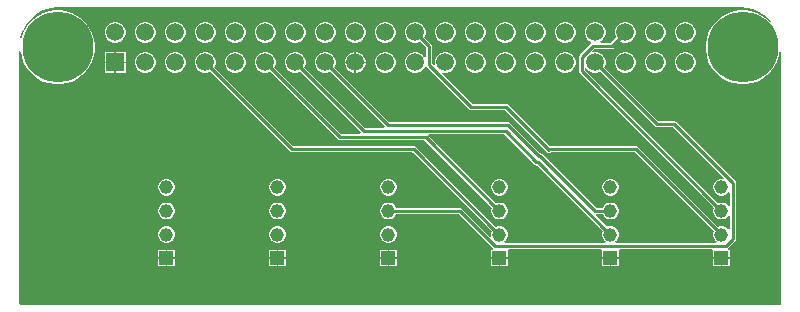
<source format=gbr>
G04*
G04 #@! TF.GenerationSoftware,Altium Limited,Altium Designer,24.8.2 (39)*
G04*
G04 Layer_Physical_Order=2*
G04 Layer_Color=16711680*
%FSLAX25Y25*%
%MOIN*%
G70*
G04*
G04 #@! TF.SameCoordinates,CBBCE14F-D53E-4E5E-9298-E108D83DD630*
G04*
G04*
G04 #@! TF.FilePolarity,Positive*
G04*
G01*
G75*
%ADD18C,0.01000*%
%ADD19R,0.05906X0.05906*%
%ADD20C,0.05906*%
%ADD21R,0.04528X0.04528*%
%ADD22C,0.04528*%
%ADD23C,0.23622*%
G36*
X306957Y284960D02*
Y284960D01*
X306957Y284960D01*
X308500Y284839D01*
X310551Y284346D01*
X312500Y283539D01*
X314298Y282437D01*
X315902Y281067D01*
X316554Y280304D01*
X316186Y279964D01*
X315107Y281044D01*
X313539Y282183D01*
X311812Y283063D01*
X309969Y283661D01*
X308055Y283965D01*
X306118D01*
X304204Y283661D01*
X302361Y283063D01*
X300634Y282183D01*
X299066Y281044D01*
X297696Y279674D01*
X296557Y278106D01*
X295677Y276379D01*
X295079Y274536D01*
X294776Y272622D01*
Y270685D01*
X295079Y268771D01*
X295677Y266928D01*
X296557Y265201D01*
X297696Y263633D01*
X299066Y262263D01*
X300634Y261124D01*
X302361Y260244D01*
X304204Y259646D01*
X306118Y259343D01*
X308055D01*
X309969Y259646D01*
X311812Y260244D01*
X313539Y261124D01*
X315107Y262263D01*
X316477Y263633D01*
X317616Y265201D01*
X318496Y266928D01*
X319094Y268771D01*
X319293Y270026D01*
X319827Y270198D01*
X319923Y270101D01*
Y185911D01*
X317500D01*
X66372Y185911D01*
X65880Y186351D01*
X65872Y186381D01*
Y270222D01*
X65978Y270337D01*
X66510Y270176D01*
X66732Y268771D01*
X67331Y266928D01*
X68211Y265201D01*
X69350Y263633D01*
X70720Y262263D01*
X72288Y261124D01*
X74014Y260244D01*
X75857Y259646D01*
X77771Y259343D01*
X79709D01*
X81623Y259646D01*
X83466Y260244D01*
X85193Y261124D01*
X86760Y262263D01*
X88130Y263633D01*
X89270Y265201D01*
X90149Y266928D01*
X90748Y268771D01*
X91051Y270685D01*
Y272622D01*
X90748Y274536D01*
X90149Y276379D01*
X89270Y278106D01*
X88130Y279674D01*
X86760Y281044D01*
X85193Y282183D01*
X83466Y283063D01*
X81623Y283661D01*
X79709Y283965D01*
X77771D01*
X75857Y283661D01*
X74014Y283063D01*
X72288Y282183D01*
X70720Y281044D01*
X69350Y279674D01*
X68211Y278106D01*
X67331Y276379D01*
X66752Y274598D01*
X66271Y274734D01*
X66574Y275998D01*
X67359Y277892D01*
X68430Y279640D01*
X69762Y281199D01*
X71320Y282531D01*
X73068Y283602D01*
X74963Y284386D01*
X76956Y284865D01*
X78075Y284953D01*
X78075Y284953D01*
Y284953D01*
X78541Y285089D01*
X306495D01*
X306957Y284960D01*
D02*
G37*
%LPC*%
G36*
X288368Y280106D02*
X287459D01*
X286581Y279871D01*
X285793Y279416D01*
X285151Y278774D01*
X284696Y277986D01*
X284461Y277108D01*
Y276199D01*
X284696Y275321D01*
X285151Y274534D01*
X285793Y273891D01*
X286581Y273436D01*
X287459Y273201D01*
X288368D01*
X289246Y273436D01*
X290033Y273891D01*
X290676Y274534D01*
X291131Y275321D01*
X291366Y276199D01*
Y277108D01*
X291131Y277986D01*
X290676Y278774D01*
X290033Y279416D01*
X289246Y279871D01*
X288368Y280106D01*
D02*
G37*
G36*
X278368D02*
X277459D01*
X276581Y279871D01*
X275793Y279416D01*
X275150Y278774D01*
X274696Y277986D01*
X274461Y277108D01*
Y276199D01*
X274696Y275321D01*
X275150Y274534D01*
X275793Y273891D01*
X276581Y273436D01*
X277459Y273201D01*
X278368D01*
X279246Y273436D01*
X280033Y273891D01*
X280676Y274534D01*
X281131Y275321D01*
X281366Y276199D01*
Y277108D01*
X281131Y277986D01*
X280676Y278774D01*
X280033Y279416D01*
X279246Y279871D01*
X278368Y280106D01*
D02*
G37*
G36*
X248368D02*
X247459D01*
X246581Y279871D01*
X245793Y279416D01*
X245150Y278774D01*
X244696Y277986D01*
X244461Y277108D01*
Y276199D01*
X244696Y275321D01*
X245150Y274534D01*
X245793Y273891D01*
X246581Y273436D01*
X247459Y273201D01*
X248368D01*
X249246Y273436D01*
X250033Y273891D01*
X250676Y274534D01*
X251131Y275321D01*
X251366Y276199D01*
Y277108D01*
X251131Y277986D01*
X250676Y278774D01*
X250033Y279416D01*
X249246Y279871D01*
X248368Y280106D01*
D02*
G37*
G36*
X238368D02*
X237459D01*
X236581Y279871D01*
X235793Y279416D01*
X235151Y278774D01*
X234696Y277986D01*
X234461Y277108D01*
Y276199D01*
X234696Y275321D01*
X235151Y274534D01*
X235793Y273891D01*
X236581Y273436D01*
X237459Y273201D01*
X238368D01*
X239246Y273436D01*
X240033Y273891D01*
X240676Y274534D01*
X241131Y275321D01*
X241366Y276199D01*
Y277108D01*
X241131Y277986D01*
X240676Y278774D01*
X240033Y279416D01*
X239246Y279871D01*
X238368Y280106D01*
D02*
G37*
G36*
X228368D02*
X227459D01*
X226581Y279871D01*
X225793Y279416D01*
X225150Y278774D01*
X224696Y277986D01*
X224461Y277108D01*
Y276199D01*
X224696Y275321D01*
X225150Y274534D01*
X225793Y273891D01*
X226581Y273436D01*
X227459Y273201D01*
X228368D01*
X229246Y273436D01*
X230033Y273891D01*
X230676Y274534D01*
X231131Y275321D01*
X231366Y276199D01*
Y277108D01*
X231131Y277986D01*
X230676Y278774D01*
X230033Y279416D01*
X229246Y279871D01*
X228368Y280106D01*
D02*
G37*
G36*
X218368D02*
X217459D01*
X216581Y279871D01*
X215793Y279416D01*
X215150Y278774D01*
X214696Y277986D01*
X214461Y277108D01*
Y276199D01*
X214696Y275321D01*
X215150Y274534D01*
X215793Y273891D01*
X216581Y273436D01*
X217459Y273201D01*
X218368D01*
X219246Y273436D01*
X220033Y273891D01*
X220676Y274534D01*
X221131Y275321D01*
X221366Y276199D01*
Y277108D01*
X221131Y277986D01*
X220676Y278774D01*
X220033Y279416D01*
X219246Y279871D01*
X218368Y280106D01*
D02*
G37*
G36*
X208368D02*
X207459D01*
X206581Y279871D01*
X205793Y279416D01*
X205151Y278774D01*
X204696Y277986D01*
X204461Y277108D01*
Y276199D01*
X204696Y275321D01*
X205151Y274534D01*
X205793Y273891D01*
X206581Y273436D01*
X207459Y273201D01*
X208368D01*
X209246Y273436D01*
X210033Y273891D01*
X210676Y274534D01*
X211131Y275321D01*
X211366Y276199D01*
Y277108D01*
X211131Y277986D01*
X210676Y278774D01*
X210033Y279416D01*
X209246Y279871D01*
X208368Y280106D01*
D02*
G37*
G36*
X188368D02*
X187459D01*
X186581Y279871D01*
X185793Y279416D01*
X185151Y278774D01*
X184696Y277986D01*
X184461Y277108D01*
Y276199D01*
X184696Y275321D01*
X185151Y274534D01*
X185793Y273891D01*
X186581Y273436D01*
X187459Y273201D01*
X188368D01*
X189246Y273436D01*
X190033Y273891D01*
X190676Y274534D01*
X191131Y275321D01*
X191366Y276199D01*
Y277108D01*
X191131Y277986D01*
X190676Y278774D01*
X190033Y279416D01*
X189246Y279871D01*
X188368Y280106D01*
D02*
G37*
G36*
X178368D02*
X177459D01*
X176581Y279871D01*
X175793Y279416D01*
X175151Y278774D01*
X174696Y277986D01*
X174461Y277108D01*
Y276199D01*
X174696Y275321D01*
X175151Y274534D01*
X175793Y273891D01*
X176581Y273436D01*
X177459Y273201D01*
X178368D01*
X179246Y273436D01*
X180033Y273891D01*
X180676Y274534D01*
X181131Y275321D01*
X181366Y276199D01*
Y277108D01*
X181131Y277986D01*
X180676Y278774D01*
X180033Y279416D01*
X179246Y279871D01*
X178368Y280106D01*
D02*
G37*
G36*
X168368D02*
X167459D01*
X166581Y279871D01*
X165793Y279416D01*
X165150Y278774D01*
X164696Y277986D01*
X164461Y277108D01*
Y276199D01*
X164696Y275321D01*
X165150Y274534D01*
X165793Y273891D01*
X166581Y273436D01*
X167459Y273201D01*
X168368D01*
X169246Y273436D01*
X170033Y273891D01*
X170676Y274534D01*
X171131Y275321D01*
X171366Y276199D01*
Y277108D01*
X171131Y277986D01*
X170676Y278774D01*
X170033Y279416D01*
X169246Y279871D01*
X168368Y280106D01*
D02*
G37*
G36*
X158368D02*
X157459D01*
X156581Y279871D01*
X155793Y279416D01*
X155150Y278774D01*
X154696Y277986D01*
X154461Y277108D01*
Y276199D01*
X154696Y275321D01*
X155150Y274534D01*
X155793Y273891D01*
X156581Y273436D01*
X157459Y273201D01*
X158368D01*
X159246Y273436D01*
X160033Y273891D01*
X160676Y274534D01*
X161131Y275321D01*
X161366Y276199D01*
Y277108D01*
X161131Y277986D01*
X160676Y278774D01*
X160033Y279416D01*
X159246Y279871D01*
X158368Y280106D01*
D02*
G37*
G36*
X148368D02*
X147459D01*
X146581Y279871D01*
X145793Y279416D01*
X145150Y278774D01*
X144696Y277986D01*
X144461Y277108D01*
Y276199D01*
X144696Y275321D01*
X145150Y274534D01*
X145793Y273891D01*
X146581Y273436D01*
X147459Y273201D01*
X148368D01*
X149246Y273436D01*
X150033Y273891D01*
X150676Y274534D01*
X151131Y275321D01*
X151366Y276199D01*
Y277108D01*
X151131Y277986D01*
X150676Y278774D01*
X150033Y279416D01*
X149246Y279871D01*
X148368Y280106D01*
D02*
G37*
G36*
X138368D02*
X137459D01*
X136581Y279871D01*
X135793Y279416D01*
X135151Y278774D01*
X134696Y277986D01*
X134461Y277108D01*
Y276199D01*
X134696Y275321D01*
X135151Y274534D01*
X135793Y273891D01*
X136581Y273436D01*
X137459Y273201D01*
X138368D01*
X139246Y273436D01*
X140033Y273891D01*
X140676Y274534D01*
X141131Y275321D01*
X141366Y276199D01*
Y277108D01*
X141131Y277986D01*
X140676Y278774D01*
X140033Y279416D01*
X139246Y279871D01*
X138368Y280106D01*
D02*
G37*
G36*
X128368D02*
X127459D01*
X126581Y279871D01*
X125793Y279416D01*
X125151Y278774D01*
X124696Y277986D01*
X124461Y277108D01*
Y276199D01*
X124696Y275321D01*
X125151Y274534D01*
X125793Y273891D01*
X126581Y273436D01*
X127459Y273201D01*
X128368D01*
X129246Y273436D01*
X130033Y273891D01*
X130676Y274534D01*
X131131Y275321D01*
X131366Y276199D01*
Y277108D01*
X131131Y277986D01*
X130676Y278774D01*
X130033Y279416D01*
X129246Y279871D01*
X128368Y280106D01*
D02*
G37*
G36*
X118368D02*
X117459D01*
X116581Y279871D01*
X115793Y279416D01*
X115150Y278774D01*
X114696Y277986D01*
X114461Y277108D01*
Y276199D01*
X114696Y275321D01*
X115150Y274534D01*
X115793Y273891D01*
X116581Y273436D01*
X117459Y273201D01*
X118368D01*
X119246Y273436D01*
X120033Y273891D01*
X120676Y274534D01*
X121131Y275321D01*
X121366Y276199D01*
Y277108D01*
X121131Y277986D01*
X120676Y278774D01*
X120033Y279416D01*
X119246Y279871D01*
X118368Y280106D01*
D02*
G37*
G36*
X108368D02*
X107459D01*
X106581Y279871D01*
X105793Y279416D01*
X105150Y278774D01*
X104696Y277986D01*
X104461Y277108D01*
Y276199D01*
X104696Y275321D01*
X105150Y274534D01*
X105793Y273891D01*
X106581Y273436D01*
X107459Y273201D01*
X108368D01*
X109246Y273436D01*
X110033Y273891D01*
X110676Y274534D01*
X111131Y275321D01*
X111366Y276199D01*
Y277108D01*
X111131Y277986D01*
X110676Y278774D01*
X110033Y279416D01*
X109246Y279871D01*
X108368Y280106D01*
D02*
G37*
G36*
X98368D02*
X97459D01*
X96581Y279871D01*
X95793Y279416D01*
X95151Y278774D01*
X94696Y277986D01*
X94461Y277108D01*
Y276199D01*
X94696Y275321D01*
X95151Y274534D01*
X95793Y273891D01*
X96581Y273436D01*
X97459Y273201D01*
X98368D01*
X99246Y273436D01*
X100033Y273891D01*
X100676Y274534D01*
X101131Y275321D01*
X101366Y276199D01*
Y277108D01*
X101131Y277986D01*
X100676Y278774D01*
X100033Y279416D01*
X99246Y279871D01*
X98368Y280106D01*
D02*
G37*
G36*
X268368D02*
X267459D01*
X266581Y279871D01*
X265793Y279416D01*
X265150Y278774D01*
X264696Y277986D01*
X264461Y277108D01*
Y276199D01*
X264696Y275321D01*
X264858Y275040D01*
X262944Y273126D01*
X259709D01*
X259575Y273626D01*
X260033Y273891D01*
X260676Y274534D01*
X261131Y275321D01*
X261366Y276199D01*
Y277108D01*
X261131Y277986D01*
X260676Y278774D01*
X260033Y279416D01*
X259246Y279871D01*
X258368Y280106D01*
X257459D01*
X256581Y279871D01*
X255793Y279416D01*
X255151Y278774D01*
X254696Y277986D01*
X254461Y277108D01*
Y276199D01*
X254696Y275321D01*
X255151Y274534D01*
X255793Y273891D01*
X256499Y273483D01*
X256542Y273152D01*
X256512Y272937D01*
X256348Y272827D01*
X252740Y269219D01*
X252519Y268888D01*
X252441Y268498D01*
Y263665D01*
X252519Y263275D01*
X252740Y262944D01*
X297449Y218235D01*
X297425Y218193D01*
X297236Y217490D01*
Y216762D01*
X297425Y216059D01*
X297788Y215429D01*
X298303Y214914D01*
X298933Y214551D01*
X299636Y214362D01*
X300364D01*
X301067Y214551D01*
X301697Y214914D01*
X302212Y215429D01*
X302244Y215486D01*
X302744Y215352D01*
Y211027D01*
X302244Y210893D01*
X302212Y210949D01*
X301697Y211463D01*
X301067Y211827D01*
X300364Y212016D01*
X299636D01*
X298933Y211827D01*
X298891Y211803D01*
X272218Y238476D01*
X271887Y238697D01*
X271497Y238774D01*
X242668D01*
X229066Y252376D01*
X228736Y252597D01*
X228345Y252674D01*
X217038D01*
X206871Y262841D01*
X207130Y263289D01*
X207459Y263201D01*
X208368D01*
X209246Y263436D01*
X210033Y263891D01*
X210676Y264533D01*
X211131Y265321D01*
X211366Y266199D01*
Y267108D01*
X211131Y267986D01*
X210676Y268774D01*
X210033Y269416D01*
X209246Y269871D01*
X208368Y270106D01*
X207459D01*
X206581Y269871D01*
X205793Y269416D01*
X205151Y268774D01*
X204696Y267986D01*
X204461Y267108D01*
Y266199D01*
X204549Y265870D01*
X204100Y265611D01*
X203480Y266232D01*
Y272106D01*
X203402Y272497D01*
X203182Y272827D01*
X200969Y275040D01*
X201131Y275321D01*
X201366Y276199D01*
Y277108D01*
X201131Y277986D01*
X200676Y278774D01*
X200033Y279416D01*
X199246Y279871D01*
X198368Y280106D01*
X197459D01*
X196581Y279871D01*
X195793Y279416D01*
X195150Y278774D01*
X194696Y277986D01*
X194461Y277108D01*
Y276199D01*
X194696Y275321D01*
X195150Y274534D01*
X195793Y273891D01*
X196581Y273436D01*
X197459Y273201D01*
X198368D01*
X199246Y273436D01*
X199527Y273598D01*
X201441Y271684D01*
Y268449D01*
X200941Y268315D01*
X200676Y268774D01*
X200033Y269416D01*
X199246Y269871D01*
X198368Y270106D01*
X197459D01*
X196581Y269871D01*
X195793Y269416D01*
X195150Y268774D01*
X194696Y267986D01*
X194461Y267108D01*
Y266199D01*
X194696Y265321D01*
X195150Y264533D01*
X195793Y263891D01*
X196581Y263436D01*
X197459Y263201D01*
X198368D01*
X199246Y263436D01*
X200033Y263891D01*
X200676Y264533D01*
X201083Y265239D01*
X201415Y265282D01*
X201630Y265252D01*
X201740Y265088D01*
X215894Y250934D01*
X216225Y250713D01*
X216615Y250635D01*
X227923D01*
X241779Y236779D01*
X242110Y236558D01*
X242500Y236480D01*
X242890Y236558D01*
X243156Y236735D01*
X271075D01*
X297449Y210361D01*
X297425Y210319D01*
X297236Y209616D01*
Y208888D01*
X297425Y208185D01*
X297788Y207555D01*
X298303Y207040D01*
X298359Y207008D01*
X298225Y206508D01*
X264774D01*
X264640Y207008D01*
X264697Y207040D01*
X265212Y207555D01*
X265575Y208185D01*
X265764Y208888D01*
Y209616D01*
X265575Y210319D01*
X265212Y210949D01*
X264697Y211463D01*
X264067Y211827D01*
X263364Y212016D01*
X262636D01*
X261933Y211827D01*
X261891Y211803D01*
X258087Y215606D01*
X258295Y216106D01*
X260412D01*
X260425Y216059D01*
X260788Y215429D01*
X261303Y214914D01*
X261933Y214551D01*
X262636Y214362D01*
X263364D01*
X264067Y214551D01*
X264697Y214914D01*
X265212Y215429D01*
X265575Y216059D01*
X265764Y216762D01*
Y217490D01*
X265575Y218193D01*
X265212Y218823D01*
X264697Y219338D01*
X264067Y219701D01*
X263364Y219890D01*
X262636D01*
X261933Y219701D01*
X261303Y219338D01*
X260788Y218823D01*
X260425Y218193D01*
X260412Y218146D01*
X258377D01*
X240301Y236221D01*
X239971Y236442D01*
X239597Y236516D01*
X229635Y246479D01*
X229304Y246700D01*
X228914Y246778D01*
X189231D01*
X170969Y265040D01*
X171131Y265321D01*
X171366Y266199D01*
Y267108D01*
X171131Y267986D01*
X170676Y268774D01*
X170033Y269416D01*
X169246Y269871D01*
X168368Y270106D01*
X167459D01*
X166581Y269871D01*
X165793Y269416D01*
X165150Y268774D01*
X164696Y267986D01*
X164461Y267108D01*
Y266199D01*
X164696Y265321D01*
X165150Y264533D01*
X165793Y263891D01*
X166581Y263436D01*
X167459Y263201D01*
X168368D01*
X169246Y263436D01*
X169527Y263598D01*
X187847Y245278D01*
X187640Y244777D01*
X181231D01*
X160969Y265040D01*
X161131Y265321D01*
X161366Y266199D01*
Y267108D01*
X161131Y267986D01*
X160676Y268774D01*
X160033Y269416D01*
X159246Y269871D01*
X158368Y270106D01*
X157459D01*
X156581Y269871D01*
X155793Y269416D01*
X155150Y268774D01*
X154696Y267986D01*
X154461Y267108D01*
Y266199D01*
X154696Y265321D01*
X155150Y264533D01*
X155793Y263891D01*
X156581Y263436D01*
X157459Y263201D01*
X158368D01*
X159246Y263436D01*
X159527Y263598D01*
X179848Y243278D01*
X179640Y242777D01*
X173231D01*
X150969Y265040D01*
X151131Y265321D01*
X151366Y266199D01*
Y267108D01*
X151131Y267986D01*
X150676Y268774D01*
X150033Y269416D01*
X149246Y269871D01*
X148368Y270106D01*
X147459D01*
X146581Y269871D01*
X145793Y269416D01*
X145150Y268774D01*
X144696Y267986D01*
X144461Y267108D01*
Y266199D01*
X144696Y265321D01*
X145150Y264533D01*
X145793Y263891D01*
X146581Y263436D01*
X147459Y263201D01*
X148368D01*
X149246Y263436D01*
X149527Y263598D01*
X172088Y241037D01*
X172419Y240816D01*
X172809Y240738D01*
X200946D01*
X223449Y218235D01*
X223425Y218193D01*
X223236Y217490D01*
Y216762D01*
X223425Y216059D01*
X223788Y215429D01*
X224303Y214914D01*
X224933Y214551D01*
X225636Y214362D01*
X226364D01*
X227067Y214551D01*
X227697Y214914D01*
X228212Y215429D01*
X228575Y216059D01*
X228764Y216762D01*
Y217490D01*
X228575Y218193D01*
X228212Y218823D01*
X227697Y219338D01*
X227067Y219701D01*
X226364Y219890D01*
X225636D01*
X224933Y219701D01*
X224891Y219677D01*
X202330Y242238D01*
X202537Y242738D01*
X227663D01*
X237622Y232779D01*
X237953Y232558D01*
X238326Y232484D01*
X260449Y210361D01*
X260425Y210319D01*
X260236Y209616D01*
Y208888D01*
X260425Y208185D01*
X260788Y207555D01*
X261303Y207040D01*
X261360Y207008D01*
X261226Y206508D01*
X227775D01*
X227641Y207008D01*
X227697Y207040D01*
X228212Y207555D01*
X228575Y208185D01*
X228764Y208888D01*
Y209616D01*
X228575Y210319D01*
X228212Y210949D01*
X227697Y211463D01*
X227067Y211827D01*
X226364Y212016D01*
X225636D01*
X224933Y211827D01*
X224891Y211803D01*
X198152Y238542D01*
X197821Y238763D01*
X197431Y238841D01*
X157168D01*
X130969Y265040D01*
X131131Y265321D01*
X131366Y266199D01*
Y267108D01*
X131131Y267986D01*
X130676Y268774D01*
X130033Y269416D01*
X129246Y269871D01*
X128368Y270106D01*
X127459D01*
X126581Y269871D01*
X125793Y269416D01*
X125151Y268774D01*
X124696Y267986D01*
X124461Y267108D01*
Y266199D01*
X124696Y265321D01*
X125151Y264533D01*
X125793Y263891D01*
X126581Y263436D01*
X127459Y263201D01*
X128368D01*
X129246Y263436D01*
X129527Y263598D01*
X156025Y237100D01*
X156356Y236879D01*
X156746Y236801D01*
X197009D01*
X223449Y210361D01*
X223425Y210319D01*
X223236Y209616D01*
Y208888D01*
X223253Y208825D01*
X222805Y208566D01*
X213524Y217847D01*
X213193Y218068D01*
X212803Y218146D01*
X191588D01*
X191575Y218193D01*
X191212Y218823D01*
X190697Y219338D01*
X190067Y219701D01*
X189364Y219890D01*
X188636D01*
X187933Y219701D01*
X187303Y219338D01*
X186788Y218823D01*
X186425Y218193D01*
X186236Y217490D01*
Y216762D01*
X186425Y216059D01*
X186788Y215429D01*
X187303Y214914D01*
X187933Y214551D01*
X188636Y214362D01*
X189364D01*
X190067Y214551D01*
X190697Y214914D01*
X191212Y215429D01*
X191575Y216059D01*
X191588Y216106D01*
X212381D01*
X223720Y204767D01*
X223908Y204642D01*
X223756Y204142D01*
X223236D01*
Y201628D01*
X226000D01*
X228764D01*
Y203969D01*
X228764Y204142D01*
X229128Y204469D01*
X259872D01*
X260236Y204142D01*
X260236Y203969D01*
Y201628D01*
X263000D01*
Y201378D01*
D01*
Y201628D01*
X265764D01*
Y203969D01*
X265764Y204142D01*
X266128Y204469D01*
X296872D01*
X297236Y204142D01*
X297236Y203969D01*
Y201628D01*
X300000D01*
X302764D01*
Y204142D01*
X302244D01*
X302092Y204642D01*
X302280Y204767D01*
X304485Y206972D01*
X304706Y207303D01*
X304783Y207693D01*
Y226559D01*
X304706Y226949D01*
X304485Y227280D01*
X284907Y246858D01*
X284576Y247079D01*
X284186Y247157D01*
X278852D01*
X260969Y265040D01*
X261131Y265321D01*
X261366Y266199D01*
Y267108D01*
X261131Y267986D01*
X260676Y268774D01*
X260033Y269416D01*
X259246Y269871D01*
X258368Y270106D01*
X257459D01*
X257130Y270018D01*
X256871Y270466D01*
X257491Y271087D01*
X263366D01*
X263756Y271164D01*
X264087Y271386D01*
X266300Y273598D01*
X266581Y273436D01*
X267459Y273201D01*
X268368D01*
X269246Y273436D01*
X270033Y273891D01*
X270676Y274534D01*
X271131Y275321D01*
X271366Y276199D01*
Y277108D01*
X271131Y277986D01*
X270676Y278774D01*
X270033Y279416D01*
X269246Y279871D01*
X268368Y280106D01*
D02*
G37*
G36*
X178368Y270106D02*
X178163D01*
Y266903D01*
X181366D01*
Y267108D01*
X181131Y267986D01*
X180676Y268774D01*
X180033Y269416D01*
X179246Y269871D01*
X178368Y270106D01*
D02*
G37*
G36*
X177663D02*
X177459D01*
X176581Y269871D01*
X175793Y269416D01*
X175151Y268774D01*
X174696Y267986D01*
X174461Y267108D01*
Y266903D01*
X177663D01*
Y270106D01*
D02*
G37*
G36*
X101366D02*
X98163D01*
Y266903D01*
X101366D01*
Y270106D01*
D02*
G37*
G36*
X97663D02*
X94461D01*
Y266903D01*
X97663D01*
Y270106D01*
D02*
G37*
G36*
X288368D02*
X287459D01*
X286581Y269871D01*
X285793Y269416D01*
X285151Y268774D01*
X284696Y267986D01*
X284461Y267108D01*
Y266199D01*
X284696Y265321D01*
X285151Y264533D01*
X285793Y263891D01*
X286581Y263436D01*
X287459Y263201D01*
X288368D01*
X289246Y263436D01*
X290033Y263891D01*
X290676Y264533D01*
X291131Y265321D01*
X291366Y266199D01*
Y267108D01*
X291131Y267986D01*
X290676Y268774D01*
X290033Y269416D01*
X289246Y269871D01*
X288368Y270106D01*
D02*
G37*
G36*
X278368D02*
X277459D01*
X276581Y269871D01*
X275793Y269416D01*
X275150Y268774D01*
X274696Y267986D01*
X274461Y267108D01*
Y266199D01*
X274696Y265321D01*
X275150Y264533D01*
X275793Y263891D01*
X276581Y263436D01*
X277459Y263201D01*
X278368D01*
X279246Y263436D01*
X280033Y263891D01*
X280676Y264533D01*
X281131Y265321D01*
X281366Y266199D01*
Y267108D01*
X281131Y267986D01*
X280676Y268774D01*
X280033Y269416D01*
X279246Y269871D01*
X278368Y270106D01*
D02*
G37*
G36*
X268368D02*
X267459D01*
X266581Y269871D01*
X265793Y269416D01*
X265150Y268774D01*
X264696Y267986D01*
X264461Y267108D01*
Y266199D01*
X264696Y265321D01*
X265150Y264533D01*
X265793Y263891D01*
X266581Y263436D01*
X267459Y263201D01*
X268368D01*
X269246Y263436D01*
X270033Y263891D01*
X270676Y264533D01*
X271131Y265321D01*
X271366Y266199D01*
Y267108D01*
X271131Y267986D01*
X270676Y268774D01*
X270033Y269416D01*
X269246Y269871D01*
X268368Y270106D01*
D02*
G37*
G36*
X248368D02*
X247459D01*
X246581Y269871D01*
X245793Y269416D01*
X245150Y268774D01*
X244696Y267986D01*
X244461Y267108D01*
Y266199D01*
X244696Y265321D01*
X245150Y264533D01*
X245793Y263891D01*
X246581Y263436D01*
X247459Y263201D01*
X248368D01*
X249246Y263436D01*
X250033Y263891D01*
X250676Y264533D01*
X251131Y265321D01*
X251366Y266199D01*
Y267108D01*
X251131Y267986D01*
X250676Y268774D01*
X250033Y269416D01*
X249246Y269871D01*
X248368Y270106D01*
D02*
G37*
G36*
X238368D02*
X237459D01*
X236581Y269871D01*
X235793Y269416D01*
X235151Y268774D01*
X234696Y267986D01*
X234461Y267108D01*
Y266199D01*
X234696Y265321D01*
X235151Y264533D01*
X235793Y263891D01*
X236581Y263436D01*
X237459Y263201D01*
X238368D01*
X239246Y263436D01*
X240033Y263891D01*
X240676Y264533D01*
X241131Y265321D01*
X241366Y266199D01*
Y267108D01*
X241131Y267986D01*
X240676Y268774D01*
X240033Y269416D01*
X239246Y269871D01*
X238368Y270106D01*
D02*
G37*
G36*
X228368D02*
X227459D01*
X226581Y269871D01*
X225793Y269416D01*
X225150Y268774D01*
X224696Y267986D01*
X224461Y267108D01*
Y266199D01*
X224696Y265321D01*
X225150Y264533D01*
X225793Y263891D01*
X226581Y263436D01*
X227459Y263201D01*
X228368D01*
X229246Y263436D01*
X230033Y263891D01*
X230676Y264533D01*
X231131Y265321D01*
X231366Y266199D01*
Y267108D01*
X231131Y267986D01*
X230676Y268774D01*
X230033Y269416D01*
X229246Y269871D01*
X228368Y270106D01*
D02*
G37*
G36*
X218368D02*
X217459D01*
X216581Y269871D01*
X215793Y269416D01*
X215150Y268774D01*
X214696Y267986D01*
X214461Y267108D01*
Y266199D01*
X214696Y265321D01*
X215150Y264533D01*
X215793Y263891D01*
X216581Y263436D01*
X217459Y263201D01*
X218368D01*
X219246Y263436D01*
X220033Y263891D01*
X220676Y264533D01*
X221131Y265321D01*
X221366Y266199D01*
Y267108D01*
X221131Y267986D01*
X220676Y268774D01*
X220033Y269416D01*
X219246Y269871D01*
X218368Y270106D01*
D02*
G37*
G36*
X188368D02*
X187459D01*
X186581Y269871D01*
X185793Y269416D01*
X185151Y268774D01*
X184696Y267986D01*
X184461Y267108D01*
Y266199D01*
X184696Y265321D01*
X185151Y264533D01*
X185793Y263891D01*
X186581Y263436D01*
X187459Y263201D01*
X188368D01*
X189246Y263436D01*
X190033Y263891D01*
X190676Y264533D01*
X191131Y265321D01*
X191366Y266199D01*
Y267108D01*
X191131Y267986D01*
X190676Y268774D01*
X190033Y269416D01*
X189246Y269871D01*
X188368Y270106D01*
D02*
G37*
G36*
X181366Y266404D02*
X178163D01*
Y263201D01*
X178368D01*
X179246Y263436D01*
X180033Y263891D01*
X180676Y264533D01*
X181131Y265321D01*
X181366Y266199D01*
Y266404D01*
D02*
G37*
G36*
X177663D02*
X174461D01*
Y266199D01*
X174696Y265321D01*
X175151Y264533D01*
X175793Y263891D01*
X176581Y263436D01*
X177459Y263201D01*
X177663D01*
Y266404D01*
D02*
G37*
G36*
X138368Y270106D02*
X137459D01*
X136581Y269871D01*
X135793Y269416D01*
X135151Y268774D01*
X134696Y267986D01*
X134461Y267108D01*
Y266199D01*
X134696Y265321D01*
X135151Y264533D01*
X135793Y263891D01*
X136581Y263436D01*
X137459Y263201D01*
X138368D01*
X139246Y263436D01*
X140033Y263891D01*
X140676Y264533D01*
X141131Y265321D01*
X141366Y266199D01*
Y267108D01*
X141131Y267986D01*
X140676Y268774D01*
X140033Y269416D01*
X139246Y269871D01*
X138368Y270106D01*
D02*
G37*
G36*
X118368D02*
X117459D01*
X116581Y269871D01*
X115793Y269416D01*
X115150Y268774D01*
X114696Y267986D01*
X114461Y267108D01*
Y266199D01*
X114696Y265321D01*
X115150Y264533D01*
X115793Y263891D01*
X116581Y263436D01*
X117459Y263201D01*
X118368D01*
X119246Y263436D01*
X120033Y263891D01*
X120676Y264533D01*
X121131Y265321D01*
X121366Y266199D01*
Y267108D01*
X121131Y267986D01*
X120676Y268774D01*
X120033Y269416D01*
X119246Y269871D01*
X118368Y270106D01*
D02*
G37*
G36*
X108368D02*
X107459D01*
X106581Y269871D01*
X105793Y269416D01*
X105150Y268774D01*
X104696Y267986D01*
X104461Y267108D01*
Y266199D01*
X104696Y265321D01*
X105150Y264533D01*
X105793Y263891D01*
X106581Y263436D01*
X107459Y263201D01*
X108368D01*
X109246Y263436D01*
X110033Y263891D01*
X110676Y264533D01*
X111131Y265321D01*
X111366Y266199D01*
Y267108D01*
X111131Y267986D01*
X110676Y268774D01*
X110033Y269416D01*
X109246Y269871D01*
X108368Y270106D01*
D02*
G37*
G36*
X101366Y266404D02*
X98163D01*
Y263201D01*
X101366D01*
Y266404D01*
D02*
G37*
G36*
X97663D02*
X94461D01*
Y263201D01*
X97663D01*
Y266404D01*
D02*
G37*
G36*
X263364Y227764D02*
X262636D01*
X261933Y227575D01*
X261303Y227212D01*
X260788Y226697D01*
X260425Y226067D01*
X260236Y225364D01*
Y224636D01*
X260425Y223933D01*
X260788Y223303D01*
X261303Y222788D01*
X261933Y222425D01*
X262636Y222236D01*
X263364D01*
X264067Y222425D01*
X264697Y222788D01*
X265212Y223303D01*
X265575Y223933D01*
X265764Y224636D01*
Y225364D01*
X265575Y226067D01*
X265212Y226697D01*
X264697Y227212D01*
X264067Y227575D01*
X263364Y227764D01*
D02*
G37*
G36*
X226364D02*
X225636D01*
X224933Y227575D01*
X224303Y227212D01*
X223788Y226697D01*
X223425Y226067D01*
X223236Y225364D01*
Y224636D01*
X223425Y223933D01*
X223788Y223303D01*
X224303Y222788D01*
X224933Y222425D01*
X225636Y222236D01*
X226364D01*
X227067Y222425D01*
X227697Y222788D01*
X228212Y223303D01*
X228575Y223933D01*
X228764Y224636D01*
Y225364D01*
X228575Y226067D01*
X228212Y226697D01*
X227697Y227212D01*
X227067Y227575D01*
X226364Y227764D01*
D02*
G37*
G36*
X189364D02*
X188636D01*
X187933Y227575D01*
X187303Y227212D01*
X186788Y226697D01*
X186425Y226067D01*
X186236Y225364D01*
Y224636D01*
X186425Y223933D01*
X186788Y223303D01*
X187303Y222788D01*
X187933Y222425D01*
X188636Y222236D01*
X189364D01*
X190067Y222425D01*
X190697Y222788D01*
X191212Y223303D01*
X191575Y223933D01*
X191764Y224636D01*
Y225364D01*
X191575Y226067D01*
X191212Y226697D01*
X190697Y227212D01*
X190067Y227575D01*
X189364Y227764D01*
D02*
G37*
G36*
X152364D02*
X151636D01*
X150933Y227575D01*
X150303Y227212D01*
X149788Y226697D01*
X149425Y226067D01*
X149236Y225364D01*
Y224636D01*
X149425Y223933D01*
X149788Y223303D01*
X150303Y222788D01*
X150933Y222425D01*
X151636Y222236D01*
X152364D01*
X153067Y222425D01*
X153697Y222788D01*
X154212Y223303D01*
X154575Y223933D01*
X154764Y224636D01*
Y225364D01*
X154575Y226067D01*
X154212Y226697D01*
X153697Y227212D01*
X153067Y227575D01*
X152364Y227764D01*
D02*
G37*
G36*
X115364D02*
X114636D01*
X113933Y227575D01*
X113303Y227212D01*
X112788Y226697D01*
X112425Y226067D01*
X112236Y225364D01*
Y224636D01*
X112425Y223933D01*
X112788Y223303D01*
X113303Y222788D01*
X113933Y222425D01*
X114636Y222236D01*
X115364D01*
X116067Y222425D01*
X116697Y222788D01*
X117212Y223303D01*
X117575Y223933D01*
X117764Y224636D01*
Y225364D01*
X117575Y226067D01*
X117212Y226697D01*
X116697Y227212D01*
X116067Y227575D01*
X115364Y227764D01*
D02*
G37*
G36*
X152364Y219890D02*
X151636D01*
X150933Y219701D01*
X150303Y219338D01*
X149788Y218823D01*
X149425Y218193D01*
X149236Y217490D01*
Y216762D01*
X149425Y216059D01*
X149788Y215429D01*
X150303Y214914D01*
X150933Y214551D01*
X151636Y214362D01*
X152364D01*
X153067Y214551D01*
X153697Y214914D01*
X154212Y215429D01*
X154575Y216059D01*
X154764Y216762D01*
Y217490D01*
X154575Y218193D01*
X154212Y218823D01*
X153697Y219338D01*
X153067Y219701D01*
X152364Y219890D01*
D02*
G37*
G36*
X115364D02*
X114636D01*
X113933Y219701D01*
X113303Y219338D01*
X112788Y218823D01*
X112425Y218193D01*
X112236Y217490D01*
Y216762D01*
X112425Y216059D01*
X112788Y215429D01*
X113303Y214914D01*
X113933Y214551D01*
X114636Y214362D01*
X115364D01*
X116067Y214551D01*
X116697Y214914D01*
X117212Y215429D01*
X117575Y216059D01*
X117764Y216762D01*
Y217490D01*
X117575Y218193D01*
X117212Y218823D01*
X116697Y219338D01*
X116067Y219701D01*
X115364Y219890D01*
D02*
G37*
G36*
X189364Y212016D02*
X188636D01*
X187933Y211827D01*
X187303Y211463D01*
X186788Y210949D01*
X186425Y210319D01*
X186236Y209616D01*
Y208888D01*
X186425Y208185D01*
X186788Y207555D01*
X187303Y207040D01*
X187933Y206677D01*
X188636Y206488D01*
X189364D01*
X190067Y206677D01*
X190697Y207040D01*
X191212Y207555D01*
X191575Y208185D01*
X191764Y208888D01*
Y209616D01*
X191575Y210319D01*
X191212Y210949D01*
X190697Y211463D01*
X190067Y211827D01*
X189364Y212016D01*
D02*
G37*
G36*
X152364D02*
X151636D01*
X150933Y211827D01*
X150303Y211463D01*
X149788Y210949D01*
X149425Y210319D01*
X149236Y209616D01*
Y208888D01*
X149425Y208185D01*
X149788Y207555D01*
X150303Y207040D01*
X150933Y206677D01*
X151636Y206488D01*
X152364D01*
X153067Y206677D01*
X153697Y207040D01*
X154212Y207555D01*
X154575Y208185D01*
X154764Y208888D01*
Y209616D01*
X154575Y210319D01*
X154212Y210949D01*
X153697Y211463D01*
X153067Y211827D01*
X152364Y212016D01*
D02*
G37*
G36*
X115364D02*
X114636D01*
X113933Y211827D01*
X113303Y211463D01*
X112788Y210949D01*
X112425Y210319D01*
X112236Y209616D01*
Y208888D01*
X112425Y208185D01*
X112788Y207555D01*
X113303Y207040D01*
X113933Y206677D01*
X114636Y206488D01*
X115364D01*
X116067Y206677D01*
X116697Y207040D01*
X117212Y207555D01*
X117575Y208185D01*
X117764Y208888D01*
Y209616D01*
X117575Y210319D01*
X117212Y210949D01*
X116697Y211463D01*
X116067Y211827D01*
X115364Y212016D01*
D02*
G37*
G36*
X191764Y204142D02*
X189250D01*
Y201628D01*
X191764D01*
Y204142D01*
D02*
G37*
G36*
X154764D02*
X152250D01*
Y201628D01*
X154764D01*
Y204142D01*
D02*
G37*
G36*
X117764D02*
X115250D01*
Y201628D01*
X117764D01*
Y204142D01*
D02*
G37*
G36*
X188750D02*
X186236D01*
Y201628D01*
X188750D01*
Y204142D01*
D02*
G37*
G36*
X151750D02*
X149236D01*
Y201628D01*
X151750D01*
Y204142D01*
D02*
G37*
G36*
X114750D02*
X112236D01*
Y201628D01*
X114750D01*
Y204142D01*
D02*
G37*
G36*
X302764Y201128D02*
X300250D01*
Y198614D01*
X302764D01*
Y201128D01*
D02*
G37*
G36*
X299750D02*
X297236D01*
Y198614D01*
X299750D01*
Y201128D01*
D02*
G37*
G36*
X265764D02*
X263250D01*
Y198614D01*
X265764D01*
Y201128D01*
D02*
G37*
G36*
X262750D02*
X260236D01*
Y198614D01*
X262750D01*
Y201128D01*
D02*
G37*
G36*
X228764D02*
X226250D01*
Y198614D01*
X228764D01*
Y201128D01*
D02*
G37*
G36*
X225750D02*
X223236D01*
Y198614D01*
X225750D01*
Y201128D01*
D02*
G37*
G36*
X191764D02*
X189250D01*
Y198614D01*
X191764D01*
Y201128D01*
D02*
G37*
G36*
X188750D02*
X186236D01*
Y198614D01*
X188750D01*
Y201128D01*
D02*
G37*
G36*
X154764D02*
X152250D01*
Y198614D01*
X154764D01*
Y201128D01*
D02*
G37*
G36*
X151750D02*
X149236D01*
Y198614D01*
X151750D01*
Y201128D01*
D02*
G37*
G36*
X117764D02*
X115250D01*
Y198614D01*
X117764D01*
Y201128D01*
D02*
G37*
G36*
X114750D02*
X112236D01*
Y198614D01*
X114750D01*
Y201128D01*
D02*
G37*
%LPD*%
G36*
X255151Y264533D02*
X255793Y263891D01*
X256581Y263436D01*
X257459Y263201D01*
X258368D01*
X259246Y263436D01*
X259527Y263598D01*
X277709Y245416D01*
X278040Y245195D01*
X278430Y245117D01*
X283764D01*
X300686Y228195D01*
X300427Y227747D01*
X300364Y227764D01*
X299636D01*
X298933Y227575D01*
X298303Y227212D01*
X297788Y226697D01*
X297425Y226067D01*
X297236Y225364D01*
Y224636D01*
X297425Y223933D01*
X297788Y223303D01*
X298303Y222788D01*
X298933Y222425D01*
X299636Y222236D01*
X300364D01*
X301067Y222425D01*
X301697Y222788D01*
X302212Y223303D01*
X302244Y223359D01*
X302744Y223225D01*
Y218900D01*
X302244Y218766D01*
X302212Y218823D01*
X301697Y219338D01*
X301067Y219701D01*
X300364Y219890D01*
X299636D01*
X298933Y219701D01*
X298891Y219677D01*
X254480Y264088D01*
Y264694D01*
X254980Y264828D01*
X255151Y264533D01*
D02*
G37*
D18*
X202461Y265809D02*
X216615Y251655D01*
X299252Y210000D02*
X300000D01*
X257954Y217126D02*
X263000D01*
X189000D02*
X212803D01*
X224441Y205488D01*
X303764Y207693D02*
Y226559D01*
X301559Y205488D02*
X303764Y207693D01*
X278430Y246137D02*
X284186D01*
X257913Y266653D02*
X278430Y246137D01*
X284186D02*
X303764Y226559D01*
X201368Y241758D02*
X226000Y217126D01*
X239172Y235500D02*
X239580D01*
X253461Y263665D02*
X300000Y217126D01*
X271497Y237755D02*
X299252Y210000D01*
X224441Y205488D02*
X301559D01*
X188809Y245758D02*
X228914D01*
X238343Y233500D02*
X238752D01*
X263000Y209252D01*
X242500Y237755D02*
X271497D01*
X228345Y251655D02*
X242500Y237500D01*
X156746Y237821D02*
X197431D01*
X180809Y243758D02*
X228085D01*
X172809Y241758D02*
X201368D01*
X197431Y237821D02*
X226000Y209252D01*
X228914Y245758D02*
X239172Y235500D01*
X239580D02*
X257954Y217126D01*
X228085Y243758D02*
X238343Y233500D01*
X129516Y265051D02*
X156746Y237821D01*
X167913Y266653D02*
X188809Y245758D01*
X157913Y266653D02*
X180809Y243758D01*
X147913Y266653D02*
X172809Y241758D01*
X216615Y251655D02*
X228345D01*
X197913Y276654D02*
X202461Y272106D01*
Y265809D02*
Y272106D01*
X267500Y276240D02*
Y277500D01*
X263366Y272106D02*
X267500Y276240D01*
X257069Y272106D02*
X263366D01*
X253461Y268498D02*
X257069Y272106D01*
X253461Y263665D02*
Y268498D01*
X257500Y267067D02*
X257913Y266653D01*
X257500Y267067D02*
Y267500D01*
X147500Y267067D02*
X147913Y266653D01*
X147500Y267067D02*
Y267500D01*
X129516Y267016D02*
X130000Y267500D01*
X129516Y265051D02*
Y267016D01*
D19*
X97913Y266653D02*
D03*
D20*
Y276654D02*
D03*
X107913Y266653D02*
D03*
Y276654D02*
D03*
X117913Y266653D02*
D03*
Y276654D02*
D03*
X127913Y266653D02*
D03*
Y276654D02*
D03*
X137913Y266653D02*
D03*
Y276654D02*
D03*
X147913Y266653D02*
D03*
Y276654D02*
D03*
X157913Y266653D02*
D03*
Y276654D02*
D03*
X167913Y266653D02*
D03*
Y276654D02*
D03*
X177913Y266653D02*
D03*
Y276654D02*
D03*
X187913Y266653D02*
D03*
Y276654D02*
D03*
X197913Y266653D02*
D03*
Y276654D02*
D03*
X207913Y266653D02*
D03*
Y276654D02*
D03*
X217913Y266653D02*
D03*
Y276654D02*
D03*
X227913Y266653D02*
D03*
Y276654D02*
D03*
X237913Y266653D02*
D03*
Y276654D02*
D03*
X247913Y266653D02*
D03*
Y276654D02*
D03*
X287913D02*
D03*
Y266653D02*
D03*
X277913Y276654D02*
D03*
Y266653D02*
D03*
X267913Y276654D02*
D03*
Y266653D02*
D03*
X257913Y276654D02*
D03*
Y266653D02*
D03*
D21*
X115000Y201378D02*
D03*
X300000D02*
D03*
X263000D02*
D03*
X226000D02*
D03*
X189000D02*
D03*
X152000D02*
D03*
D22*
X115000Y209252D02*
D03*
Y217126D02*
D03*
Y225000D02*
D03*
X300000D02*
D03*
Y217126D02*
D03*
Y209252D02*
D03*
X263000Y225000D02*
D03*
Y217126D02*
D03*
Y209252D02*
D03*
X226000Y225000D02*
D03*
Y217126D02*
D03*
Y209252D02*
D03*
X189000Y225000D02*
D03*
Y217126D02*
D03*
Y209252D02*
D03*
X152000Y225000D02*
D03*
Y217126D02*
D03*
Y209252D02*
D03*
D23*
X307087Y271654D02*
D03*
X78740D02*
D03*
M02*

</source>
